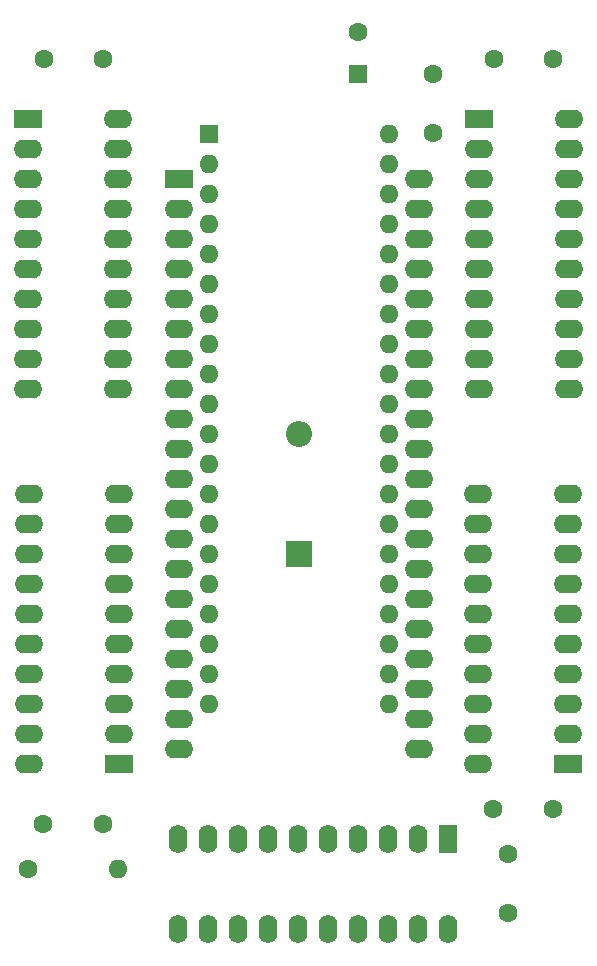
<source format=gbs>
G04 #@! TF.GenerationSoftware,KiCad,Pcbnew,(6.0.9)*
G04 #@! TF.CreationDate,2023-08-18T17:20:18+02:00*
G04 #@! TF.ProjectId,Sombrero_MSX_Goa'uld,536f6d62-7265-4726-9f5f-4d53585f476f,rev?*
G04 #@! TF.SameCoordinates,Original*
G04 #@! TF.FileFunction,Soldermask,Bot*
G04 #@! TF.FilePolarity,Negative*
%FSLAX46Y46*%
G04 Gerber Fmt 4.6, Leading zero omitted, Abs format (unit mm)*
G04 Created by KiCad (PCBNEW (6.0.9)) date 2023-08-18 17:20:18*
%MOMM*%
%LPD*%
G01*
G04 APERTURE LIST*
%ADD10R,2.400000X1.600000*%
%ADD11O,2.400000X1.600000*%
%ADD12R,1.600000X2.400000*%
%ADD13O,1.600000X2.400000*%
%ADD14C,1.600000*%
%ADD15R,1.600000X1.600000*%
%ADD16O,1.600000X1.600000*%
%ADD17R,2.200000X2.200000*%
%ADD18O,2.200000X2.200000*%
G04 APERTURE END LIST*
D10*
X162570000Y-74935000D03*
D11*
X162570000Y-77475000D03*
X162570000Y-80015000D03*
X162570000Y-82555000D03*
X162570000Y-85095000D03*
X162570000Y-87635000D03*
X162570000Y-90175000D03*
X162570000Y-92715000D03*
X162570000Y-95255000D03*
X162570000Y-97795000D03*
X170190000Y-97795000D03*
X170190000Y-95255000D03*
X170190000Y-92715000D03*
X170190000Y-90175000D03*
X170190000Y-87635000D03*
X170190000Y-85095000D03*
X170190000Y-82555000D03*
X170190000Y-80015000D03*
X170190000Y-77475000D03*
X170190000Y-74935000D03*
D10*
X137175000Y-80005000D03*
D11*
X137175000Y-82545000D03*
X137175000Y-85085000D03*
X137175000Y-87625000D03*
X137175000Y-90165000D03*
X137175000Y-92705000D03*
X137175000Y-95245000D03*
X137175000Y-97785000D03*
X137175000Y-100325000D03*
X137175000Y-102865000D03*
X137175000Y-105405000D03*
X137175000Y-107945000D03*
X137175000Y-110485000D03*
X137175000Y-113025000D03*
X137175000Y-115565000D03*
X137175000Y-118105000D03*
X137175000Y-120645000D03*
X137175000Y-123185000D03*
X137175000Y-125725000D03*
X137175000Y-128265000D03*
X157495000Y-128265000D03*
X157495000Y-125725000D03*
X157495000Y-123185000D03*
X157495000Y-120645000D03*
X157495000Y-118105000D03*
X157495000Y-115565000D03*
X157495000Y-113025000D03*
X157495000Y-110485000D03*
X157495000Y-107945000D03*
X157495000Y-105405000D03*
X157495000Y-102865000D03*
X157495000Y-100325000D03*
X157495000Y-97785000D03*
X157495000Y-95245000D03*
X157495000Y-92705000D03*
X157495000Y-90165000D03*
X157495000Y-87625000D03*
X157495000Y-85085000D03*
X157495000Y-82545000D03*
X157495000Y-80005000D03*
D12*
X160020000Y-135890000D03*
D13*
X157480000Y-135890000D03*
X154940000Y-135890000D03*
X152400000Y-135890000D03*
X149860000Y-135890000D03*
X147320000Y-135890000D03*
X144780000Y-135890000D03*
X142240000Y-135890000D03*
X139700000Y-135890000D03*
X137160000Y-135890000D03*
X137160000Y-143510000D03*
X139700000Y-143510000D03*
X142240000Y-143510000D03*
X144780000Y-143510000D03*
X147320000Y-143510000D03*
X149860000Y-143510000D03*
X152400000Y-143510000D03*
X154940000Y-143510000D03*
X157480000Y-143510000D03*
X160020000Y-143510000D03*
D10*
X132095000Y-129515000D03*
D11*
X132095000Y-126975000D03*
X132095000Y-124435000D03*
X132095000Y-121895000D03*
X132095000Y-119355000D03*
X132095000Y-116815000D03*
X132095000Y-114275000D03*
X132095000Y-111735000D03*
X132095000Y-109195000D03*
X132095000Y-106655000D03*
X124475000Y-106655000D03*
X124475000Y-109195000D03*
X124475000Y-111735000D03*
X124475000Y-114275000D03*
X124475000Y-116815000D03*
X124475000Y-119355000D03*
X124475000Y-121895000D03*
X124475000Y-124435000D03*
X124475000Y-126975000D03*
X124475000Y-129515000D03*
D14*
X163830000Y-133350000D03*
X168830000Y-133350000D03*
D10*
X170115000Y-129535000D03*
D11*
X170115000Y-126995000D03*
X170115000Y-124455000D03*
X170115000Y-121915000D03*
X170115000Y-119375000D03*
X170115000Y-116835000D03*
X170115000Y-114295000D03*
X170115000Y-111755000D03*
X170115000Y-109215000D03*
X170115000Y-106675000D03*
X162495000Y-106675000D03*
X162495000Y-109215000D03*
X162495000Y-111755000D03*
X162495000Y-114295000D03*
X162495000Y-116835000D03*
X162495000Y-119375000D03*
X162495000Y-121915000D03*
X162495000Y-124455000D03*
X162495000Y-126995000D03*
X162495000Y-129535000D03*
D14*
X158750000Y-71120000D03*
X158750000Y-76120000D03*
X165100000Y-142200000D03*
X165100000Y-137200000D03*
D15*
X152400000Y-71120000D03*
D14*
X152400000Y-67620000D03*
X125730000Y-134620000D03*
X130730000Y-134620000D03*
D15*
X139710000Y-76200000D03*
D16*
X139710000Y-78740000D03*
X139710000Y-81280000D03*
X139710000Y-83820000D03*
X139710000Y-86360000D03*
X139710000Y-88900000D03*
X139710000Y-91440000D03*
X139710000Y-93980000D03*
X139710000Y-96520000D03*
X139710000Y-99060000D03*
X139710000Y-101600000D03*
X139710000Y-104140000D03*
X139710000Y-106680000D03*
X139710000Y-109220000D03*
X139710000Y-111760000D03*
X139710000Y-114300000D03*
X139710000Y-116840000D03*
X139710000Y-119380000D03*
X139710000Y-121920000D03*
X139710000Y-124460000D03*
X154950000Y-124460000D03*
X154950000Y-121920000D03*
X154950000Y-119380000D03*
X154950000Y-116840000D03*
X154950000Y-114300000D03*
X154950000Y-111760000D03*
X154950000Y-109220000D03*
X154950000Y-106680000D03*
X154950000Y-104140000D03*
X154950000Y-101600000D03*
X154950000Y-99060000D03*
X154950000Y-96520000D03*
X154950000Y-93980000D03*
X154950000Y-91440000D03*
X154950000Y-88900000D03*
X154950000Y-86360000D03*
X154950000Y-83820000D03*
X154950000Y-81280000D03*
X154950000Y-78740000D03*
X154950000Y-76200000D03*
D14*
X168910000Y-69855000D03*
X163910000Y-69855000D03*
X130765000Y-69865000D03*
X125765000Y-69865000D03*
D17*
X147340000Y-111760000D03*
D18*
X147340000Y-101600000D03*
D10*
X124455000Y-74935000D03*
D11*
X124455000Y-77475000D03*
X124455000Y-80015000D03*
X124455000Y-82555000D03*
X124455000Y-85095000D03*
X124455000Y-87635000D03*
X124455000Y-90175000D03*
X124455000Y-92715000D03*
X124455000Y-95255000D03*
X124455000Y-97795000D03*
X132075000Y-97795000D03*
X132075000Y-95255000D03*
X132075000Y-92715000D03*
X132075000Y-90175000D03*
X132075000Y-87635000D03*
X132075000Y-85095000D03*
X132075000Y-82555000D03*
X132075000Y-80015000D03*
X132075000Y-77475000D03*
X132075000Y-74935000D03*
D14*
X124460000Y-138430000D03*
D16*
X132080000Y-138430000D03*
M02*

</source>
